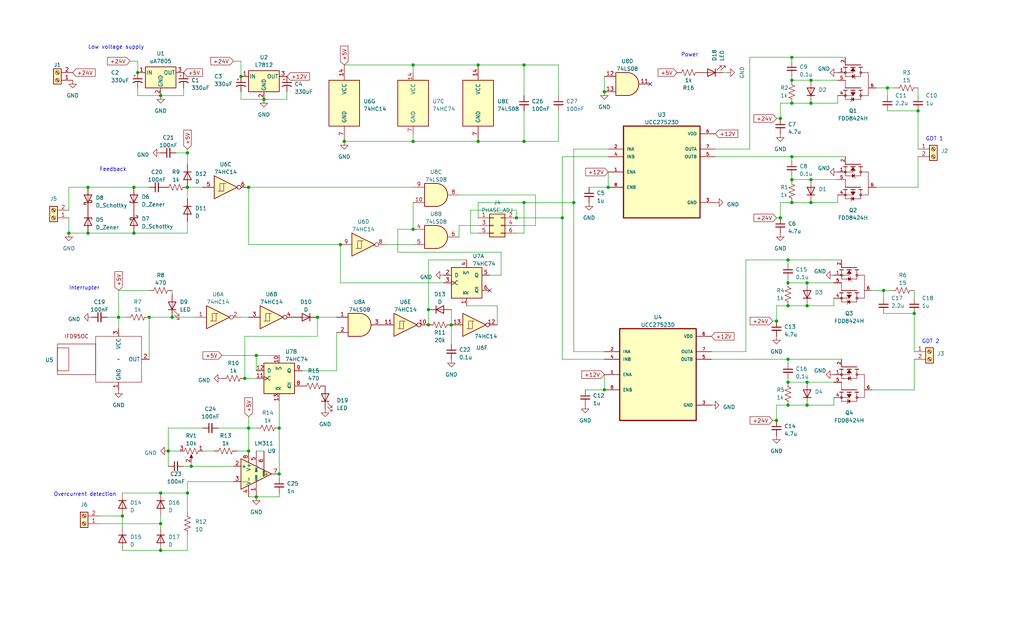
<source format=kicad_sch>
(kicad_sch (version 20230121) (generator eeschema)
  (paper "User" 340.004 210.007)
  (title_block (title "Krishna's DRSSTC Driver"))
  (lib_symbols
    (symbol "74xx:74HC14" (pin_names (offset 1.016))
      (property "Reference" "U" (at 0 1.27 0))
      (property "Value" "74HC14" (at 0 -1.27 0))
      (symbol "74HC14_1_0"
        (pin input line (at -7.62 0 0) (length 3.81) (name "~") (number "1"))
        (pin output inverted (at 7.62 0 180) (length 3.81) (name "~") (number "2"))
      )
      (symbol "74HC14_2_0"
        (pin input line (at -7.62 0 0) (length 3.81) (name "~") (number "3"))
        (pin output inverted (at 7.62 0 180) (length 3.81) (name "~") (number "4"))
      )
      (symbol "74HC14_3_0"
        (pin input line (at -7.62 0 0) (length 3.81) (name "~") (number "5"))
        (pin output inverted (at 7.62 0 180) (length 3.81) (name "~") (number "6"))
      )
      (symbol "74HC14_4_0"
        (pin output inverted (at 7.62 0 180) (length 3.81) (name "~") (number "8"))
        (pin input line (at -7.62 0 0) (length 3.81) (name "~") (number "9"))
      )
      (symbol "74HC14_5_0"
        (pin output inverted (at 7.62 0 180) (length 3.81) (name "~") (number "10"))
        (pin input line (at -7.62 0 0) (length 3.81) (name "~") (number "11"))
      )
      (symbol "74HC14_6_0"
        (pin output inverted (at 7.62 0 180) (length 3.81) (name "~") (number "12"))
        (pin input line (at -7.62 0 0) (length 3.81) (name "~") (number "13"))
      )
      (symbol "74HC14_7_0"
        (pin power_in line (at 0 12.7 270) (length 5.08) (name "VCC") (number "14"))
        (pin power_in line (at 0 -12.7 90) (length 5.08) (name "GND") (number "7"))
      )
    )
    (symbol "74xx:74HC74" (pin_names (offset 1.016))
      (property "Reference" "U" (at -7.62 8.89 0))
      (property "Value" "74HC74" (at -7.62 -8.89 0))
      (symbol "74HC74_1_0"
        (pin input line (at 0 -7.62 90) (length 2.54) (name "~{R}") (number "1"))
        (pin input line (at -7.62 2.54 0) (length 2.54) (name "D") (number "2"))
        (pin input clock (at -7.62 0 0) (length 2.54) (name "C") (number "3"))
        (pin input line (at 0 7.62 270) (length 2.54) (name "~{S}") (number "4"))
        (pin output line (at 7.62 2.54 180) (length 2.54) (name "Q") (number "5"))
        (pin output line (at 7.62 -2.54 180) (length 2.54) (name "~{Q}") (number "6"))
      )
      (symbol "74HC74_2_0"
        (pin input line (at 0 7.62 270) (length 2.54) (name "~{S}") (number "10"))
        (pin input clock (at -7.62 0 0) (length 2.54) (name "C") (number "11"))
        (pin input line (at -7.62 2.54 0) (length 2.54) (name "D") (number "12"))
        (pin input line (at 0 -7.62 90) (length 2.54) (name "~{R}") (number "13"))
        (pin output line (at 7.62 -2.54 180) (length 2.54) (name "~{Q}") (number "8"))
        (pin output line (at 7.62 2.54 180) (length 2.54) (name "Q") (number "9"))
      )
      (symbol "74HC74_3_0"
        (pin power_in line (at 0 10.16 270) (length 2.54) (name "VCC") (number "14"))
        (pin power_in line (at 0 -10.16 90) (length 2.54) (name "GND") (number "7"))
      )
    )
    (symbol "74xx:74LS08" (pin_names (offset 1.016))
      (property "Reference" "U" (at 0 1.27 0))
      (property "Value" "74LS08" (at 0 -1.27 0))
      (symbol "74LS08_1_1"
        (pin input line (at -7.62 2.54 0) (length 3.81) (name "~") (number "1"))
        (pin input line (at -7.62 -2.54 0) (length 3.81) (name "~") (number "2"))
        (pin output line (at 7.62 0 180) (length 3.81) (name "~") (number "3"))
      )
      (symbol "74LS08_1_2"
        (pin input inverted (at -7.62 2.54 0) (length 4.318) (name "~") (number "1"))
        (pin input inverted (at -7.62 -2.54 0) (length 4.318) (name "~") (number "2"))
        (pin output inverted (at 7.62 0 180) (length 3.81) (name "~") (number "3"))
      )
      (symbol "74LS08_2_1"
        (pin input line (at -7.62 2.54 0) (length 3.81) (name "~") (number "4"))
        (pin input line (at -7.62 -2.54 0) (length 3.81) (name "~") (number "5"))
        (pin output line (at 7.62 0 180) (length 3.81) (name "~") (number "6"))
      )
      (symbol "74LS08_2_2"
        (pin input inverted (at -7.62 2.54 0) (length 4.318) (name "~") (number "4"))
        (pin input inverted (at -7.62 -2.54 0) (length 4.318) (name "~") (number "5"))
        (pin output inverted (at 7.62 0 180) (length 3.81) (name "~") (number "6"))
      )
      (symbol "74LS08_3_1"
        (pin input line (at -7.62 -2.54 0) (length 3.81) (name "~") (number "10"))
        (pin output line (at 7.62 0 180) (length 3.81) (name "~") (number "8"))
        (pin input line (at -7.62 2.54 0) (length 3.81) (name "~") (number "9"))
      )
      (symbol "74LS08_3_2"
        (pin input inverted (at -7.62 -2.54 0) (length 4.318) (name "~") (number "10"))
        (pin output inverted (at 7.62 0 180) (length 3.81) (name "~") (number "8"))
        (pin input inverted (at -7.62 2.54 0) (length 4.318) (name "~") (number "9"))
      )
      (symbol "74LS08_4_1"
        (pin output line (at 7.62 0 180) (length 3.81) (name "~") (number "11"))
        (pin input line (at -7.62 2.54 0) (length 3.81) (name "~") (number "12"))
        (pin input line (at -7.62 -2.54 0) (length 3.81) (name "~") (number "13"))
      )
      (symbol "74LS08_4_2"
        (pin output inverted (at 7.62 0 180) (length 3.81) (name "~") (number "11"))
        (pin input inverted (at -7.62 2.54 0) (length 4.318) (name "~") (number "12"))
        (pin input inverted (at -7.62 -2.54 0) (length 4.318) (name "~") (number "13"))
      )
      (symbol "74LS08_5_0"
        (pin power_in line (at 0 12.7 270) (length 5.08) (name "VCC") (number "14"))
        (pin power_in line (at 0 -12.7 90) (length 5.08) (name "GND") (number "7"))
      )
    )
    (symbol "Comparator:LM311" (pin_names (offset 0.127))
      (property "Reference" "U" (at 3.81 6.35 0))
      (property "Value" "LM311" (at 3.81 3.81 0))
      (symbol "LM311_1_1"
        (pin passive line (at 0 -7.62 90) (length 5.08) (name "GND") (number "1"))
        (pin input line (at -7.62 2.54 0) (length 2.54) (name "+") (number "2"))
        (pin input line (at -7.62 -2.54 0) (length 2.54) (name "-") (number "3"))
        (pin power_in line (at -2.54 -7.62 90) (length 3.81) (name "V-") (number "4"))
        (pin input line (at 0 7.62 270) (length 5.08) (name "BAL") (number "5"))
        (pin input line (at 2.54 7.62 270) (length 6.35) (name "STRB") (number "6"))
        (pin open_collector line (at 7.62 0 180) (length 2.54) (name "~") (number "7"))
        (pin power_in line (at -2.54 7.62 270) (length 3.81) (name "V+") (number "8"))
      )
    )
    (symbol "Connector:Screw_Terminal_01x02" (pin_names (offset 1.016) hide)
      (property "Reference" "J" (at 0 2.54 0))
      (property "Value" "Screw_Terminal_01x02" (at 0 -5.08 0))
      (symbol "Screw_Terminal_01x02_1_1"
        (pin passive line (at -5.08 0 0) (length 3.81) (name "Pin_1") (number "1"))
        (pin passive line (at -5.08 -2.54 0) (length 3.81) (name "Pin_2") (number "2"))
      )
    )
    (symbol "Connector_Generic:Conn_02x03_Odd_Even" (pin_names (offset 1.016) hide)
      (property "Reference" "J" (at 1.27 5.08 0))
      (property "Value" "Conn_02x03_Odd_Even" (at 1.27 -5.08 0))
      (symbol "Conn_02x03_Odd_Even_1_1"
        (pin passive line (at -5.08 2.54 0) (length 3.81) (name "Pin_1") (number "1"))
        (pin passive line (at 7.62 2.54 180) (length 3.81) (name "Pin_2") (number "2"))
        (pin passive line (at -5.08 0 0) (length 3.81) (name "Pin_3") (number "3"))
        (pin passive line (at 7.62 0 180) (length 3.81) (name "Pin_4") (number "4"))
        (pin passive line (at -5.08 -2.54 0) (length 3.81) (name "Pin_5") (number "5"))
        (pin passive line (at 7.62 -2.54 180) (length 3.81) (name "Pin_6") (number "6"))
      )
    )
    (symbol "Device:C_Polarized_Small_US" (pin_numbers hide) (pin_names (offset 0.254) hide)
      (property "Reference" "C" (at 0.254 1.778 0))
      (property "Value" "C_Polarized_Small_US" (at 0.254 -2.032 0))
      (symbol "C_Polarized_Small_US_1_1"
        (pin passive line (at 0 2.54 270) (length 2.032) (name "~") (number "1"))
        (pin passive line (at 0 -2.54 90) (length 2.032) (name "~") (number "2"))
      )
    )
    (symbol "Device:C_Small" (pin_numbers hide) (pin_names (offset 0.254) hide)
      (property "Reference" "C" (at 0.254 1.778 0))
      (property "Value" "C_Small" (at 0.254 -2.032 0))
      (symbol "C_Small_1_1"
        (pin passive line (at 0 2.54 270) (length 2.032) (name "~") (number "1"))
        (pin passive line (at 0 -2.54 90) (length 2.032) (name "~") (number "2"))
      )
    )
    (symbol "Device:D" (pin_numbers hide) (pin_names (offset 1.016) hide)
      (property "Reference" "D" (at 0 2.54 0))
      (property "Value" "D" (at 0 -2.54 0))
      (symbol "D_1_1"
        (pin passive line (at -3.81 0 0) (length 2.54) (name "K") (number "1"))
        (pin passive line (at 3.81 0 180) (length 2.54) (name "A") (number "2"))
      )
    )
    (symbol "Device:D_Schottky" (pin_numbers hide) (pin_names (offset 1.016) hide)
      (property "Reference" "D" (at 0 2.54 0))
      (property "Value" "D_Schottky" (at 0 -2.54 0))
      (symbol "D_Schottky_1_1"
        (pin passive line (at -3.81 0 0) (length 2.54) (name "K") (number "1"))
        (pin passive line (at 3.81 0 180) (length 2.54) (name "A") (number "2"))
      )
    )
    (symbol "Device:D_Zener" (pin_numbers hide) (pin_names (offset 1.016) hide)
      (property "Reference" "D" (at 0 2.54 0))
      (property "Value" "D_Zener" (at 0 -2.54 0))
      (symbol "D_Zener_1_1"
        (pin passive line (at -3.81 0 0) (length 2.54) (name "K") (number "1"))
        (pin passive line (at 3.81 0 180) (length 2.54) (name "A") (number "2"))
      )
    )
    (symbol "Device:LED" (pin_numbers hide) (pin_names (offset 1.016) hide)
      (property "Reference" "D" (at 0 2.54 0))
      (property "Value" "LED" (at 0 -2.54 0))
      (symbol "LED_1_1"
        (pin passive line (at -3.81 0 0) (length 2.54) (name "K") (number "1"))
        (pin passive line (at 3.81 0 180) (length 2.54) (name "A") (number "2"))
      )
    )
    (symbol "Device:R_Potentiometer_US" (pin_names (offset 1.016) hide)
      (property "Reference" "RV" (at -4.445 0 90))
      (property "Value" "R_Potentiometer_US" (at -2.54 0 90))
      (symbol "R_Potentiometer_US_1_1"
        (pin passive line (at 0 3.81 270) (length 1.27) (name "1") (number "1"))
        (pin passive line (at 3.81 0 180) (length 1.27) (name "2") (number "2"))
        (pin passive line (at 0 -3.81 90) (length 1.27) (name "3") (number "3"))
      )
    )
    (symbol "Device:R_US" (pin_numbers hide) (pin_names (offset 0))
      (property "Reference" "R" (at 2.54 0 90))
      (property "Value" "R_US" (at -2.54 0 90))
      (symbol "R_US_1_1"
        (pin passive line (at 0 3.81 270) (length 1.27) (name "~") (number "1"))
        (pin passive line (at 0 -3.81 90) (length 1.27) (name "~") (number "2"))
      )
    )
    (symbol "FDD8424H:FDD8424H" (pin_names (offset 1.016))
      (property "Reference" "Q" (at 8.9058 2.5445 0))
      (property "Value" "FDD8424H" (at 8.8921 -2.5406 0))
      (symbol "FDD8424H_0_0"
        (pin passive line (at -2.54 -5.08 90) (length 2.54) (name "~") (number "1"))
        (pin passive line (at -7.62 -2.54 0) (length 2.54) (name "~") (number "2"))
        (pin passive line (at 5.08 -5.08 90) (length 2.54) (name "~") (number "4"))
        (pin passive line (at 0 -5.08 90) (length 2.54) (name "~") (number "5"))
        (pin passive line (at 2.54 7.62 270) (length 2.54) (name "~") (number "6"))
      )
    )
    (symbol "IFD95OC:IFD95OC"
      (property "Reference" "U" (at 0 0 0))
      (symbol "IFD95OC_1_1"
        (text "IFD95OC\n" (at -13.97 7.62 0) (effects (font (size 1.27 1.27))))
        (pin passive line (at 0 -10.16 90) (length 2.54) (name "GND") (number "1"))
        (pin open_collector line (at 10.16 0 180) (length 2.54) (name "OUT") (number "2"))
        (pin passive line (at 0 10.16 270) (length 2.54) (name "VCC") (number "3"))
      )
    )
    (symbol "Regulator_Linear:L7812" (pin_names (offset 0.254))
      (property "Reference" "U" (at -3.81 3.175 0))
      (property "Value" "L7812" (at 0 3.175 0))
      (symbol "L7812_1_1"
        (pin power_in line (at -7.62 0 0) (length 2.54) (name "IN") (number "1"))
        (pin power_in line (at 0 -7.62 90) (length 2.54) (name "GND") (number "2"))
        (pin power_out line (at 7.62 0 180) (length 2.54) (name "OUT") (number "3"))
      )
    )
    (symbol "Regulator_Linear:uA7805" (pin_names (offset 0.254))
      (property "Reference" "U" (at -3.81 3.175 0))
      (property "Value" "uA7805" (at 0 3.175 0))
      (symbol "uA7805_1_1"
        (pin power_in line (at -7.62 0 0) (length 2.54) (name "IN") (number "1"))
        (pin power_in line (at 0 -7.62 90) (length 2.54) (name "GND") (number "2"))
        (pin power_out line (at 7.62 0 180) (length 2.54) (name "OUT") (number "3"))
      )
    )
    (symbol "UCC27523D:UCC27523D" (pin_names (offset 1.016))
      (property "Reference" "U" (at -12.7 16.24 0))
      (property "Value" "UCC27523D" (at -12.7 -19.24 0))
      (symbol "UCC27523D_0_0"
        (pin bidirectional line (at -17.78 0 0) (length 5.08) (name "ENA") (number "1"))
        (pin input line (at -17.78 7.62 0) (length 5.08) (name "INA") (number "2"))
        (pin power_in line (at 17.78 -10.16 180) (length 5.08) (name "GND") (number "3"))
        (pin input line (at -17.78 5.08 0) (length 5.08) (name "INB") (number "4"))
        (pin output line (at 17.78 5.08 180) (length 5.08) (name "OUTB") (number "5"))
        (pin power_in line (at 17.78 12.7 180) (length 5.08) (name "VDD") (number "6"))
        (pin output line (at 17.78 7.62 180) (length 5.08) (name "OUTA") (number "7"))
        (pin bidirectional line (at -17.78 -5.08 0) (length 5.08) (name "ENB") (number "8"))
      )
    )
    (symbol "power:GND" (power) (pin_names (offset 0))
      (property "Value" "GND" (at 0 -3.81 0))
      (symbol "GND_1_1"
        (pin power_in line (at 0 0 270) (length 0) hide (name "GND") (number "1"))
      )
    )
  )
  (junction (at 92.71 157.48))
  (junction (at 267.97 93.98))
  (junction (at 261.62 127))
  (junction (at 105.41 105.41))
  (junction (at 158.75 21.59))
  (junction (at 158.75 46.99))
  (junction (at 49.53 105.41))
  (junction (at 304.8 36.83))
  (junction (at 262.89 67.31))
  (junction (at 22.86 77.47))
  (junction (at 269.24 67.31))
  (junction (at 85.09 118.11))
  (junction (at 261.62 119.38))
  (junction (at 53.34 31.75))
  (junction (at 200.66 30.48))
  (junction (at 303.53 104.14))
  (junction (at 114.3 46.99))
  (junction (at 63.5 154.94))
  (junction (at 267.97 134.62))
  (junction (at 201.93 62.23))
  (junction (at 142.24 107.95))
  (junction (at 44.45 62.23))
  (junction (at 173.99 21.59))
  (junction (at 53.34 182.88))
  (junction (at 137.16 21.59))
  (junction (at 173.99 67.31))
  (junction (at 261.62 134.62))
  (junction (at 53.34 163.83))
  (junction (at 262.89 19.05))
  (junction (at 44.45 77.47))
  (junction (at 39.37 105.41))
  (junction (at 269.24 26.67))
  (junction (at 29.21 77.47))
  (junction (at 269.24 59.69))
  (junction (at 261.62 86.36))
  (junction (at 261.62 93.98))
  (junction (at 267.97 101.6))
  (junction (at 267.97 127))
  (junction (at 259.08 39.37))
  (junction (at 82.55 149.86))
  (junction (at 257.81 139.7))
  (junction (at 80.01 25.4))
  (junction (at 262.89 59.69))
  (junction (at 81.28 125.73))
  (junction (at 40.64 171.45))
  (junction (at 262.89 52.07))
  (junction (at 262.89 26.67))
  (junction (at 29.21 62.23))
  (junction (at 53.34 173.99))
  (junction (at 62.23 62.23))
  (junction (at 142.24 102.87))
  (junction (at 62.23 50.8))
  (junction (at 82.55 62.23))
  (junction (at 190.5 67.31))
  (junction (at 45.72 24.13))
  (junction (at 82.55 142.24))
  (junction (at 293.37 96.52))
  (junction (at 87.63 33.02))
  (junction (at 173.99 46.99))
  (junction (at 57.15 105.41))
  (junction (at 261.62 101.6))
  (junction (at 55.88 149.86))
  (junction (at 137.16 76.2))
  (junction (at 269.24 34.29))
  (junction (at 137.16 46.99))
  (junction (at 85.09 165.1))
  (junction (at 186.69 72.39))
  (junction (at 171.45 72.39))
  (junction (at 257.81 106.68))
  (junction (at 200.66 129.54))
  (junction (at 259.08 72.39))
  (junction (at 149.86 107.95))
  (junction (at 262.89 34.29))
  (junction (at 92.71 142.24))
  (junction (at 113.03 81.28))
  (junction (at 62.23 163.83))
  (junction (at 294.64 29.21))
  (no_connect (at 215.9 27.94))
  (no_connect (at 162.56 96.52))
  (wire (pts (xy 278.13 64.77) (xy 278.13 67.31)))
  (wire (pts (xy 62.23 163.83) (xy 62.23 160.02)))
  (wire (pts (xy 55.88 142.24) (xy 55.88 149.86)))
  (wire (pts (xy 248.92 49.53) (xy 248.92 19.05)))
  (wire (pts (xy 80.01 30.48) (xy 80.01 33.02)))
  (wire (pts (xy 261.62 101.6) (xy 257.81 101.6)))
  (wire (pts (xy 53.34 163.83) (xy 62.23 163.83)))
  (wire (pts (xy 190.5 67.31) (xy 190.5 49.53)))
  (wire (pts (xy 82.55 142.24) (xy 82.55 149.86)))
  (wire (pts (xy 297.18 29.21) (xy 294.64 29.21)))
  (wire (pts (xy 81.28 111.76) (xy 105.41 111.76)))
  (wire (pts (xy 22.86 77.47) (xy 29.21 77.47)))
  (wire (pts (xy 190.5 116.84) (xy 190.5 67.31)))
  (wire (pts (xy 63.5 154.94) (xy 77.47 154.94)))
  (wire (pts (xy 45.72 31.75) (xy 53.34 31.75)))
  (wire (pts (xy 262.89 58.42) (xy 262.89 59.69)))
  (wire (pts (xy 85.09 125.73) (xy 81.28 125.73)))
  (wire (pts (xy 166.37 83.82) (xy 166.37 91.44)))
  (wire (pts (xy 80.01 20.32) (xy 80.01 25.4)))
  (wire (pts (xy 186.69 72.39) (xy 186.69 52.07)))
  (wire (pts (xy 53.34 31.75) (xy 60.96 31.75)))
  (wire (pts (xy 142.24 102.87) (xy 142.24 86.36)))
  (wire (pts (xy 39.37 96.52) (xy 39.37 105.41)))
  (wire (pts (xy 304.8 62.23) (xy 304.8 52.07)))
  (wire (pts (xy 262.89 19.05) (xy 262.89 20.32)))
  (wire (pts (xy 152.4 78.74) (xy 152.4 74.93)))
  (wire (pts (xy 63.5 153.67) (xy 63.5 154.94)))
  (wire (pts (xy 35.56 105.41) (xy 39.37 105.41)))
  (wire (pts (xy 190.5 67.31) (xy 173.99 67.31)))
  (wire (pts (xy 40.64 175.26) (xy 40.64 171.45)))
  (wire (pts (xy 55.88 149.86) (xy 59.69 149.86)))
  (wire (pts (xy 194.31 129.54) (xy 200.66 129.54)))
  (wire (pts (xy 22.86 69.85) (xy 22.86 62.23)))
  (wire (pts (xy 82.55 62.23) (xy 82.55 81.28)))
  (wire (pts (xy 82.55 105.41) (xy 80.01 105.41)))
  (wire (pts (xy 82.55 142.24) (xy 85.09 142.24)))
  (wire (pts (xy 200.66 116.84) (xy 190.5 116.84)))
  (wire (pts (xy 262.89 19.05) (xy 280.67 19.05)))
  (wire (pts (xy 256.54 106.68) (xy 257.81 106.68)))
  (wire (pts (xy 62.23 62.23) (xy 67.31 62.23)))
  (wire (pts (xy 276.86 134.62) (xy 267.97 134.62)))
  (wire (pts (xy 248.92 19.05) (xy 262.89 19.05)))
  (wire (pts (xy 201.93 57.15) (xy 201.93 62.23)))
  (wire (pts (xy 72.39 142.24) (xy 82.55 142.24)))
  (wire (pts (xy 77.47 20.32) (xy 80.01 20.32)))
  (wire (pts (xy 39.37 105.41) (xy 41.91 105.41)))
  (wire (pts (xy 80.01 33.02) (xy 87.63 33.02)))
  (wire (pts (xy 200.66 124.46) (xy 200.66 129.54)))
  (wire (pts (xy 43.18 20.32) (xy 45.72 20.32)))
  (wire (pts (xy 22.86 62.23) (xy 29.21 62.23)))
  (wire (pts (xy 62.23 163.83) (xy 62.23 170.18)))
  (wire (pts (xy 261.62 127) (xy 267.97 127)))
  (wire (pts (xy 173.99 21.59) (xy 173.99 31.75)))
  (wire (pts (xy 295.91 96.52) (xy 293.37 96.52)))
  (wire (pts (xy 33.02 173.99) (xy 53.34 173.99)))
  (wire (pts (xy 82.55 165.1) (xy 85.09 165.1)))
  (wire (pts (xy 165.1 107.95) (xy 165.1 101.6)))
  (wire (pts (xy 261.62 119.38) (xy 261.62 120.65)))
  (wire (pts (xy 85.09 123.19) (xy 85.09 118.11)))
  (wire (pts (xy 62.23 50.8) (xy 62.23 54.61)))
  (wire (pts (xy 257.81 101.6) (xy 257.81 106.68)))
  (wire (pts (xy 171.45 72.39) (xy 171.45 69.85)))
  (wire (pts (xy 267.97 101.6) (xy 261.62 101.6)))
  (wire (pts (xy 49.53 105.41) (xy 49.53 119.38)))
  (wire (pts (xy 276.86 101.6) (xy 267.97 101.6)))
  (wire (pts (xy 267.97 134.62) (xy 261.62 134.62)))
  (wire (pts (xy 85.09 149.86) (xy 87.63 149.86)))
  (wire (pts (xy 81.28 125.73) (xy 81.28 111.76)))
  (wire (pts (xy 269.24 26.67) (xy 278.13 26.67)))
  (wire (pts (xy 57.15 96.52) (xy 57.15 97.79)))
  (wire (pts (xy 67.31 142.24) (xy 55.88 142.24)))
  (wire (pts (xy 132.08 76.2) (xy 132.08 83.82)))
  (wire (pts (xy 137.16 67.31) (xy 137.16 76.2)))
  (wire (pts (xy 60.96 154.94) (xy 63.5 154.94)))
  (wire (pts (xy 303.53 99.06) (xy 303.53 96.52)))
  (wire (pts (xy 57.15 105.41) (xy 49.53 105.41)))
  (wire (pts (xy 92.71 165.1) (xy 92.71 163.83)))
  (wire (pts (xy 40.64 182.88) (xy 53.34 182.88)))
  (wire (pts (xy 114.3 46.99) (xy 137.16 46.99)))
  (wire (pts (xy 278.13 67.31) (xy 269.24 67.31)))
  (wire (pts (xy 259.08 67.31) (xy 259.08 72.39)))
  (wire (pts (xy 33.02 171.45) (xy 40.64 171.45)))
  (wire (pts (xy 53.34 171.45) (xy 53.34 173.99)))
  (wire (pts (xy 44.45 62.23) (xy 49.53 62.23)))
  (wire (pts (xy 257.81 39.37) (xy 259.08 39.37)))
  (wire (pts (xy 67.31 149.86) (xy 71.12 149.86)))
  (wire (pts (xy 257.81 72.39) (xy 259.08 72.39)))
  (wire (pts (xy 95.25 33.02) (xy 95.25 30.48)))
  (wire (pts (xy 262.89 26.67) (xy 269.24 26.67)))
  (wire (pts (xy 276.86 132.08) (xy 276.86 134.62)))
  (wire (pts (xy 29.21 62.23) (xy 44.45 62.23)))
  (wire (pts (xy 85.09 118.11) (xy 92.71 118.11)))
  (wire (pts (xy 256.54 139.7) (xy 257.81 139.7)))
  (wire (pts (xy 158.75 21.59) (xy 173.99 21.59)))
  (wire (pts (xy 278.13 34.29) (xy 269.24 34.29)))
  (wire (pts (xy 137.16 46.99) (xy 137.16 44.45)))
  (wire (pts (xy 82.55 62.23) (xy 137.16 62.23)))
  (wire (pts (xy 276.86 99.06) (xy 276.86 101.6)))
  (wire (pts (xy 137.16 76.2) (xy 132.08 76.2)))
  (wire (pts (xy 267.97 127) (xy 276.86 127)))
  (wire (pts (xy 294.64 31.75) (xy 294.64 29.21)))
  (wire (pts (xy 261.62 93.98) (xy 267.97 93.98)))
  (wire (pts (xy 62.23 160.02) (xy 77.47 160.02)))
  (wire (pts (xy 262.89 67.31) (xy 259.08 67.31)))
  (wire (pts (xy 114.3 21.59) (xy 137.16 21.59)))
  (wire (pts (xy 62.23 77.47) (xy 62.23 73.66)))
  (wire (pts (xy 177.8 64.77) (xy 177.8 74.93)))
  (wire (pts (xy 173.99 77.47) (xy 171.45 77.47)))
  (wire (pts (xy 60.96 31.75) (xy 60.96 29.21)))
  (wire (pts (xy 269.24 59.69) (xy 278.13 59.69)))
  (wire (pts (xy 45.72 20.32) (xy 45.72 24.13)))
  (wire (pts (xy 195.58 62.23) (xy 201.93 62.23)))
  (wire (pts (xy 142.24 86.36) (xy 154.94 86.36)))
  (wire (pts (xy 190.5 49.53) (xy 201.93 49.53)))
  (wire (pts (xy 259.08 34.29) (xy 259.08 39.37)))
  (wire (pts (xy 186.69 119.38) (xy 186.69 72.39)))
  (wire (pts (xy 58.42 50.8) (xy 62.23 50.8)))
  (wire (pts (xy 304.8 36.83) (xy 304.8 49.53)))
  (wire (pts (xy 22.86 72.39) (xy 22.86 77.47)))
  (wire (pts (xy 185.42 36.83) (xy 185.42 46.99)))
  (wire (pts (xy 173.99 67.31) (xy 158.75 67.31)))
  (wire (pts (xy 241.3 24.13) (xy 240.03 24.13)))
  (wire (pts (xy 173.99 67.31) (xy 173.99 77.47)))
  (wire (pts (xy 186.69 52.07) (xy 201.93 52.07)))
  (wire (pts (xy 171.45 69.85) (xy 156.21 69.85)))
  (wire (pts (xy 137.16 81.28) (xy 128.27 81.28)))
  (wire (pts (xy 44.45 77.47) (xy 62.23 77.47)))
  (wire (pts (xy 57.15 105.41) (xy 64.77 105.41)))
  (wire (pts (xy 237.49 49.53) (xy 248.92 49.53)))
  (wire (pts (xy 278.13 31.75) (xy 278.13 34.29)))
  (wire (pts (xy 173.99 36.83) (xy 173.99 46.99)))
  (wire (pts (xy 113.03 81.28) (xy 113.03 93.98)))
  (wire (pts (xy 237.49 52.07) (xy 262.89 52.07)))
  (wire (pts (xy 73.66 118.11) (xy 85.09 118.11)))
  (wire (pts (xy 92.71 158.75) (xy 92.71 157.48)))
  (wire (pts (xy 165.1 101.6) (xy 154.94 101.6)))
  (wire (pts (xy 261.62 92.71) (xy 261.62 93.98)))
  (wire (pts (xy 55.88 154.94) (xy 55.88 149.86)))
  (wire (pts (xy 236.22 116.84) (xy 247.65 116.84)))
  (wire (pts (xy 290.83 62.23) (xy 304.8 62.23)))
  (wire (pts (xy 152.4 64.77) (xy 177.8 64.77)))
  (wire (pts (xy 39.37 96.52) (xy 49.53 96.52)))
  (wire (pts (xy 92.71 133.35) (xy 92.71 142.24)))
  (wire (pts (xy 53.34 173.99) (xy 53.34 175.26)))
  (wire (pts (xy 137.16 21.59) (xy 158.75 21.59)))
  (wire (pts (xy 247.65 116.84) (xy 247.65 86.36)))
  (wire (pts (xy 267.97 93.98) (xy 276.86 93.98)))
  (wire (pts (xy 200.66 25.4) (xy 200.66 30.48)))
  (wire (pts (xy 294.64 29.21) (xy 290.83 29.21)))
  (wire (pts (xy 87.63 33.02) (xy 95.25 33.02)))
  (wire (pts (xy 262.89 34.29) (xy 259.08 34.29)))
  (wire (pts (xy 158.75 67.31) (xy 158.75 72.39)))
  (wire (pts (xy 303.53 104.14) (xy 303.53 116.84)))
  (wire (pts (xy 111.76 123.19) (xy 111.76 110.49)))
  (wire (pts (xy 29.21 77.47) (xy 44.45 77.47)))
  (wire (pts (xy 293.37 104.14) (xy 303.53 104.14)))
  (wire (pts (xy 247.65 86.36) (xy 261.62 86.36)))
  (wire (pts (xy 289.56 129.54) (xy 303.53 129.54)))
  (wire (pts (xy 53.34 182.88) (xy 62.23 182.88)))
  (wire (pts (xy 137.16 46.99) (xy 158.75 46.99)))
  (wire (pts (xy 185.42 21.59) (xy 185.42 31.75)))
  (wire (pts (xy 173.99 46.99) (xy 158.75 46.99)))
  (wire (pts (xy 261.62 86.36) (xy 261.62 87.63)))
  (wire (pts (xy 85.09 165.1) (xy 92.71 165.1)))
  (wire (pts (xy 171.45 72.39) (xy 186.69 72.39)))
  (wire (pts (xy 293.37 96.52) (xy 289.56 96.52)))
  (wire (pts (xy 261.62 86.36) (xy 279.4 86.36)))
  (wire (pts (xy 177.8 74.93) (xy 171.45 74.93)))
  (wire (pts (xy 173.99 46.99) (xy 185.42 46.99)))
  (wire (pts (xy 113.03 81.28) (xy 82.55 81.28)))
  (wire (pts (xy 142.24 107.95) (xy 142.24 102.87)))
  (wire (pts (xy 111.76 105.41) (xy 105.41 105.41)))
  (wire (pts (xy 82.55 138.43) (xy 82.55 142.24)))
  (wire (pts (xy 304.8 31.75) (xy 304.8 29.21)))
  (wire (pts (xy 166.37 91.44) (xy 162.56 91.44)))
  (wire (pts (xy 62.23 62.23) (xy 62.23 66.04)))
  (wire (pts (xy 149.86 107.95) (xy 149.86 114.3)))
  (wire (pts (xy 303.53 129.54) (xy 303.53 119.38)))
  (wire (pts (xy 156.21 69.85) (xy 156.21 77.47)))
  (wire (pts (xy 132.08 83.82) (xy 166.37 83.82)))
  (wire (pts (xy 261.62 119.38) (xy 279.4 119.38)))
  (wire (pts (xy 40.64 163.83) (xy 53.34 163.83)))
  (wire (pts (xy 269.24 67.31) (xy 262.89 67.31)))
  (wire (pts (xy 100.33 123.19) (xy 111.76 123.19)))
  (wire (pts (xy 105.41 111.76) (xy 105.41 105.41)))
  (wire (pts (xy 156.21 77.47) (xy 158.75 77.47)))
  (wire (pts (xy 62.23 182.88) (xy 62.23 177.8)))
  (wire (pts (xy 261.62 125.73) (xy 261.62 127)))
  (wire (pts (xy 262.89 52.07) (xy 280.67 52.07)))
  (wire (pts (xy 269.24 34.29) (xy 262.89 34.29)))
  (wire (pts (xy 294.64 36.83) (xy 304.8 36.83)))
  (wire (pts (xy 262.89 52.07) (xy 262.89 53.34)))
  (wire (pts (xy 92.71 142.24) (xy 92.71 157.48)))
  (wire (pts (xy 262.89 25.4) (xy 262.89 26.67)))
  (wire (pts (xy 262.89 59.69) (xy 269.24 59.69)))
  (wire (pts (xy 200.66 119.38) (xy 186.69 119.38)))
  (wire (pts (xy 113.03 93.98) (xy 147.32 93.98)))
  (wire (pts (xy 261.62 134.62) (xy 257.81 134.62)))
  (wire (pts (xy 173.99 21.59) (xy 185.42 21.59)))
  (wire (pts (xy 149.86 102.87) (xy 149.86 107.95)))
  (wire (pts (xy 62.23 49.53) (xy 62.23 50.8)))
  (wire (pts (xy 39.37 105.41) (xy 39.37 109.22)))
  (wire (pts (xy 257.81 134.62) (xy 257.81 139.7)))
  (wire (pts (xy 293.37 99.06) (xy 293.37 96.52)))
  (wire (pts (xy 45.72 29.21) (xy 45.72 31.75)))
  (wire (pts (xy 236.22 119.38) (xy 261.62 119.38)))
  (wire (pts (xy 78.74 149.86) (xy 82.55 149.86)))
  (wire (pts (xy 152.4 74.93) (xy 158.75 74.93)))
  (wire (pts (xy 137.16 21.59) (xy 137.16 24.13)))
  (text "GDT 2" (at 306.07 114.3 0) (effects (font (size 1.27 1.27)) (justify left bottom)))
  (text "Feedback" (at 33.02 57.15 0) (effects (font (size 1.27 1.27)) (justify left bottom)))
  (text "Power\n" (at 226.06 19.05 0) (effects (font (size 1.27 1.27)) (justify left bottom)))
  (text "Low voltage supply" (at 29.21 16.51 0) (effects (font (size 1.27 1.27)) (justify left bottom)))
  (text "GDT 1" (at 307.34 46.99 0) (effects (font (size 1.27 1.27)) (justify left bottom)))
  (text "Overcurrent detection\n" (at 17.78 165.1 0) (effects (font (size 1.27 1.27)) (justify left bottom)))
  (text "Interrupter\n" (at 22.86 96.52 0) (effects (font (size 1.27 1.27)) (justify left bottom)))
  (global_label "+24V" (shape input) (at 257.81 39.37 180) (property "Intersheetrefs" "${INTERSHEET_REFS}" (effects hide)))
  (global_label "+24V" (shape input) (at 256.54 139.7 180) (property "Intersheetrefs" "${INTERSHEET_REFS}" (effects hide)))
  (global_label "+12V" (shape input) (at 95.25 25.4 0) (property "Intersheetrefs" "${INTERSHEET_REFS}" (effects hide)))
  (global_label "+5V" (shape input) (at 73.66 118.11 180) (property "Intersheetrefs" "${INTERSHEET_REFS}" (effects hide)))
  (global_label "+24V" (shape input) (at 24.13 24.13 0) (property "Intersheetrefs" "${INTERSHEET_REFS}" (effects hide)))
  (global_label "+12V" (shape input) (at 200.66 124.46 180) (property "Intersheetrefs" "${INTERSHEET_REFS}" (effects hide)))
  (global_label "+12V" (shape input) (at 237.49 44.45 0) (property "Intersheetrefs" "${INTERSHEET_REFS}" (effects hide)))
  (global_label "+24V" (shape input) (at 257.81 72.39 180) (property "Intersheetrefs" "${INTERSHEET_REFS}" (effects hide)))
  (global_label "+5V" (shape input) (at 60.96 24.13 0) (property "Intersheetrefs" "${INTERSHEET_REFS}" (effects hide)))
  (global_label "+5V" (shape input) (at 39.37 96.52 90) (property "Intersheetrefs" "${INTERSHEET_REFS}" (effects hide)))
  (global_label "+5V" (shape input) (at 82.55 138.43 90) (property "Intersheetrefs" "${INTERSHEET_REFS}" (effects hide)))
  (global_label "+12V" (shape input) (at 236.22 111.76 0) (property "Intersheetrefs" "${INTERSHEET_REFS}" (effects hide)))
  (global_label "+24V" (shape input) (at 77.47 20.32 180) (property "Intersheetrefs" "${INTERSHEET_REFS}" (effects hide)))
  (global_label "+5V" (shape input) (at 62.23 49.53 90) (property "Intersheetrefs" "${INTERSHEET_REFS}" (effects hide)))
  (global_label "+12V" (shape input) (at 201.93 57.15 180) (property "Intersheetrefs" "${INTERSHEET_REFS}" (effects hide)))
  (global_label "+5V" (shape input) (at 224.79 24.13 180) (property "Intersheetrefs" "${INTERSHEET_REFS}" (effects hide)))
  (global_label "+5V" (shape input) (at 114.3 21.59 90) (property "Intersheetrefs" "${INTERSHEET_REFS}" (effects hide)))
  (global_label "+24V" (shape input) (at 256.54 106.68 180) (property "Intersheetrefs" "${INTERSHEET_REFS}" (effects hide)))
  (global_label "+24V" (shape input) (at 43.18 20.32 180) (property "Intersheetrefs" "${INTERSHEET_REFS}" (effects hide)))
  (symbol (lib_id "Device:R_US") (at 77.47 125.73 90) (unit 1)
    (property "Reference" "R10" (at 77.47 120.65 90))
    (property "Value" "1k" (at 77.47 123.19 90))
  )
  (symbol (lib_id "power:GND") (at 241.3 24.13 90) (unit 1)
    (property "Reference" "#PWR028" (effects hide))
    (property "Value" "GND" (at 246.38 24.13 0))
  )
  (symbol (lib_id "Device:R_US") (at 228.6 24.13 270) (unit 1)
    (property "Reference" "R16" (at 228.6 29.21 90))
    (property "Value" "1k" (at 228.6 26.67 90))
  )
  (symbol (lib_id "Device:C_Small") (at 259.08 41.91 0) (unit 1)
    (property "Reference" "C7" (at 261.62 41.2813 0) (effects (justify left)))
    (property "Value" "4.7u" (at 261.62 43.8213 0) (effects (justify left)))
  )
  (symbol (lib_id "Device:C_Small") (at 55.88 50.8 90) (unit 1)
    (property "Reference" "C21" (at 55.8863 45.72 90))
    (property "Value" "100nF" (at 55.8863 48.26 90))
  )
  (symbol (lib_id "Device:R_US") (at 300.99 29.21 90) (unit 1)
    (property "Reference" "R3" (at 300.99 24.13 90))
    (property "Value" "15" (at 300.99 26.67 90))
  )
  (symbol (lib_id "Device:R_US") (at 74.93 149.86 90) (unit 1)
    (property "Reference" "R13" (at 74.93 144.78 90))
    (property "Value" "1k" (at 74.93 147.32 90))
  )
  (symbol (lib_id "Device:D") (at 267.97 97.79 90) (unit 1)
    (property "Reference" "D3" (at 270.51 97.155 90) (effects (justify right)))
    (property "Value" "D" (effects hide))
    (property "Sim.Device" "D" (effects hide))
    (property "Sim.Pins" "1=K 2=A" (effects hide))
  )
  (symbol (lib_id "Device:C_Polarized_Small_US") (at 60.96 26.67 0) (unit 1)
    (property "Reference" "C1" (at 63.5 26.67 0) (effects (justify left)))
    (property "Value" "330uF" (at 63.5 29.21 0) (effects (justify left)))
  )
  (symbol (lib_id "power:GND") (at 53.34 31.75 0) (unit 1)
    (property "Reference" "#PWR02" (effects hide))
    (property "Value" "GND" (at 53.34 36.83 0))
  )
  (symbol (lib_id "power:GND") (at 259.08 44.45 0) (unit 1)
    (property "Reference" "#PWR08" (effects hide))
    (property "Value" "GND" (at 259.08 49.53 0))
  )
  (symbol (lib_id "power:GND") (at 200.66 30.48 0) (unit 1)
    (property "Reference" "#PWR026" (effects hide))
    (property "Value" "GND" (at 200.66 35.56 0))
  )
  (symbol (lib_id "power:GND") (at 85.09 165.1 0) (unit 1)
    (property "Reference" "#PWR024" (effects hide))
    (property "Value" "GND" (at 85.09 170.18 0))
  )
  (symbol (lib_id "Device:D_Zener") (at 29.21 73.66 270) (unit 1)
    (property "Reference" "D5" (at 31.75 73.025 90) (effects (justify left)))
    (property "Value" "D_Zener" (at 31.75 75.565 90) (effects (justify left)))
  )
  (symbol (lib_id "Device:C_Small") (at 257.81 142.24 0) (unit 1)
    (property "Reference" "C14" (at 260.35 141.6113 0) (effects (justify left)))
    (property "Value" "4.7u" (at 260.35 144.1513 0) (effects (justify left)))
  )
  (symbol (lib_id "power:GND") (at 30.48 105.41 270) (unit 1)
    (property "Reference" "#PWR017" (effects hide))
    (property "Value" "GND" (at 26.67 106.045 90) (effects (justify right)))
  )
  (symbol (lib_id "Device:C_Small") (at 194.31 132.08 0) (unit 1)
    (property "Reference" "C12" (at 196.85 131.4513 0) (effects (justify left)))
    (property "Value" "1u" (at 196.85 133.9913 0) (effects (justify left)))
  )
  (symbol (lib_id "Device:D_Zener") (at 44.45 66.04 90) (unit 1)
    (property "Reference" "D6" (at 46.99 65.405 90) (effects (justify right)))
    (property "Value" "D_Zener" (at 46.99 67.945 90) (effects (justify right)))
  )
  (symbol (lib_id "Device:C_Small") (at 261.62 123.19 0) (unit 1)
    (property "Reference" "C16" (at 264.16 122.5613 0) (effects (justify left)))
    (property "Value" "0.1u" (at 264.16 125.1013 0) (effects (justify left)))
  )
  (symbol (lib_id "power:GND") (at 22.86 77.47 0) (unit 1)
    (property "Reference" "#PWR019" (effects hide))
    (property "Value" "GND" (at 22.86 82.55 0))
  )
  (symbol (lib_id "power:GND") (at 107.95 135.89 0) (unit 1)
    (property "Reference" "#PWR027" (effects hide))
    (property "Value" "GND" (at 107.95 140.97 0))
  )
  (symbol (lib_id "74xx:74HC14") (at 90.17 105.41 0) (unit 2)
    (property "Reference" "U6" (at 90.17 97.79 0))
    (property "Value" "74HC14" (at 90.17 100.33 0))
    (property "Datasheet" "http://www.ti.com/lit/gpn/sn74HC14" (effects hide))
  )
  (symbol (lib_id "Device:D") (at 101.6 105.41 180) (unit 1)
    (property "Reference" "D10" (at 101.6 100.33 0))
    (property "Value" "D" (at 101.6 102.87 0))
    (property "Sim.Device" "D" (effects hide))
    (property "Sim.Pins" "1=K 2=A" (effects hide))
  )
  (symbol (lib_id "Device:D_Schottky") (at 44.45 73.66 270) (unit 1)
    (property "Reference" "D7" (at 46.99 72.7075 90) (effects (justify left)))
    (property "Value" "D_Schottky" (at 46.99 75.2475 90) (effects (justify left)))
  )
  (symbol (lib_id "power:GND") (at 147.32 91.44 270) (unit 1)
    (property "Reference" "#PWR022" (effects hide))
    (property "Value" "GND" (at 143.51 92.075 90) (effects (justify right)))
  )
  (symbol (lib_id "Device:C_Small") (at 262.89 55.88 0) (unit 1)
    (property "Reference" "C8" (at 265.43 55.2513 0) (effects (justify left)))
    (property "Value" "0.1u" (at 265.43 57.7913 0) (effects (justify left)))
  )
  (symbol (lib_id "Device:LED") (at 57.15 101.6 90) (unit 1)
    (property "Reference" "D9" (at 59.69 100.33 90) (effects (justify right)))
    (property "Value" "LED" (at 59.69 102.87 90) (effects (justify right)))
  )
  (symbol (lib_id "Connector:Screw_Terminal_01x02") (at 19.05 26.67 180) (unit 1)
    (property "Reference" "J1" (at 19.05 21.59 0))
    (property "Value" "Screw_Terminal_01x02" (effects hide))
  )
  (symbol (lib_id "Device:D") (at 53.34 179.07 270) (unit 1)
    (property "Reference" "D17" (at 55.88 178.435 90) (effects (justify left)))
    (property "Value" "D" (at 55.88 180.975 90) (effects (justify left)))
    (property "Sim.Device" "D" (effects hide))
    (property "Sim.Pins" "1=K 2=A" (effects hide))
  )
  (symbol (lib_id "Device:C_Small") (at 173.99 34.29 0) (unit 1)
    (property "Reference" "C26" (at 176.53 33.6613 0) (effects (justify left)))
    (property "Value" "100nF" (at 176.53 36.2013 0) (effects (justify left)))
  )
  (symbol (lib_id "power:GND") (at 149.86 119.38 0) (unit 1)
    (property "Reference" "#PWR023" (effects hide))
    (property "Value" "GND" (at 149.86 124.46 0))
  )
  (symbol (lib_id "Device:C_Small") (at 58.42 154.94 90) (unit 1)
    (property "Reference" "C23" (at 58.42 157.48 90))
    (property "Value" "100nF" (at 58.42 160.02 90))
  )
  (symbol (lib_id "Device:D") (at 267.97 130.81 90) (unit 1)
    (property "Reference" "D4" (at 270.51 130.175 90) (effects (justify right)))
    (property "Value" "D" (effects hide))
    (property "Sim.Device" "D" (effects hide))
    (property "Sim.Pins" "1=K 2=A" (effects hide))
  )
  (symbol (lib_id "Device:C_Small") (at 294.64 34.29 0) (unit 1)
    (property "Reference" "C11" (at 297.18 31.75 0) (effects (justify left)))
    (property "Value" "2.2u" (at 297.18 34.29 0) (effects (justify left)))
  )
  (symbol (lib_id "Device:R_US") (at 299.72 96.52 90) (unit 1)
    (property "Reference" "R6" (at 299.72 91.44 90))
    (property "Value" "15" (at 299.72 93.98 90))
  )
  (symbol (lib_id "74xx:74HC14") (at 74.93 62.23 0) (unit 3)
    (property "Reference" "U6" (at 74.93 54.61 0))
    (property "Value" "74HC14" (at 74.93 57.15 0))
    (property "Datasheet" "http://www.ti.com/lit/gpn/sn74HC14" (effects hide))
  )
  (symbol (lib_id "Device:C_Small") (at 52.07 62.23 90) (unit 1)
    (property "Reference" "C20" (at 52.0763 57.15 90))
    (property "Value" "100nF" (at 52.0763 59.69 90))
  )
  (symbol (lib_id "Device:C_Small") (at 69.85 142.24 90) (unit 1)
    (property "Reference" "C24" (at 69.85 135.89 90))
    (property "Value" "100nF" (at 69.85 138.43 90))
  )
  (symbol (lib_id "Device:R_US") (at 58.42 62.23 90) (unit 1)
    (property "Reference" "R9" (at 58.42 57.15 90))
    (property "Value" "1k" (at 58.42 59.69 90))
  )
  (symbol (lib_id "power:GND") (at 194.31 134.62 0) (unit 1)
    (property "Reference" "#PWR010" (effects hide))
    (property "Value" "GND" (at 194.31 139.7 0))
  )
  (symbol (lib_id "power:GND") (at 55.88 149.86 270) (unit 1)
    (property "Reference" "#PWR025" (effects hide))
    (property "Value" "GND" (at 52.07 150.495 90) (effects (justify right)))
  )
  (symbol (lib_id "74xx:74HC74") (at 154.94 93.98 0) (unit 1)
    (property "Reference" "U7" (at 156.8959 85.09 0) (effects (justify left)))
    (property "Value" "74HC74" (at 156.8959 87.63 0) (effects (justify left)))
    (property "Datasheet" "74xx/74hc_hct74.pdf" (effects hide))
  )
  (symbol (lib_id "74xx:74LS08") (at 119.38 107.95 0) (unit 1)
    (property "Reference" "U8" (at 119.3717 100.33 0))
    (property "Value" "74LS08" (at 119.3717 102.87 0))
    (property "Datasheet" "http://www.ti.com/lit/gpn/sn74LS08" (effects hide))
  )
  (symbol (lib_id "Device:C_Small") (at 259.08 74.93 0) (unit 1)
    (property "Reference" "C6" (at 261.62 74.3013 0) (effects (justify left)))
    (property "Value" "4.7u" (at 261.62 76.8413 0) (effects (justify left)))
  )
  (symbol (lib_id "Connector:Screw_Terminal_01x02") (at 27.94 173.99 180) (unit 1)
    (property "Reference" "J6" (at 27.94 167.64 0))
    (property "Value" "Screw_Terminal_01x02" (effects hide))
  )
  (symbol (lib_id "74xx:74HC14") (at 157.48 107.95 0) (unit 6)
    (property "Reference" "U6" (at 160.02 115.57 0))
    (property "Value" "74HC14" (at 161.29 111.76 0))
    (property "Datasheet" "http://www.ti.com/lit/gpn/sn74HC14" (effects hide))
  )
  (symbol (lib_id "74xx:74HC14") (at 72.39 105.41 0) (unit 1)
    (property "Reference" "U6" (at 72.39 97.79 0))
    (property "Value" "74HC14" (at 72.39 100.33 0))
    (property "Datasheet" "http://www.ti.com/lit/gpn/sn74HC14" (effects hide))
  )
  (symbol (lib_id "74xx:74LS08") (at 144.78 64.77 0) (unit 3)
    (property "Reference" "U8" (at 144.7717 57.15 0))
    (property "Value" "74LS08" (at 144.7717 59.69 0))
    (property "Datasheet" "http://www.ti.com/lit/gpn/sn74LS08" (effects hide))
  )
  (symbol (lib_id "Device:C_Small") (at 303.53 101.6 0) (unit 1)
    (property "Reference" "C18" (at 306.07 99.06 0) (effects (justify left)))
    (property "Value" "1u" (at 306.07 101.6 0) (effects (justify left)))
  )
  (symbol (lib_id "power:GND") (at 259.08 77.47 0) (unit 1)
    (property "Reference" "#PWR07" (effects hide))
    (property "Value" "GND" (at 259.08 82.55 0))
  )
  (symbol (lib_id "74xx:74HC14") (at 134.62 107.95 0) (unit 5)
    (property "Reference" "U6" (at 134.62 100.33 0))
    (property "Value" "74HC14" (at 134.62 102.87 0))
    (property "Datasheet" "http://www.ti.com/lit/gpn/sn74HC14" (effects hide))
  )
  (symbol (lib_id "power:GND") (at 236.22 134.62 90) (unit 1)
    (property "Reference" "#PWR011" (effects hide))
    (property "Value" "GND" (at 240.03 135.255 90) (effects (justify right)))
  )
  (symbol (lib_id "74xx:74LS08") (at 144.78 78.74 0) (unit 2)
    (property "Reference" "U8" (at 144.7717 71.12 0))
    (property "Value" "74LS08" (at 144.7717 73.66 0))
    (property "Datasheet" "http://www.ti.com/lit/gpn/sn74LS08" (effects hide))
  )
  (symbol (lib_id "74xx:74HC14") (at 114.3 34.29 0) (unit 7)
    (property "Reference" "U6" (at 120.65 33.655 0) (effects (justify left)))
    (property "Value" "74HC14" (at 120.65 36.195 0) (effects (justify left)))
    (property "Datasheet" "http://www.ti.com/lit/gpn/sn74HC14" (effects hide))
  )
  (symbol (lib_id "Device:D") (at 62.23 69.85 270) (unit 1)
    (property "Reference" "D11" (at 64.77 69.215 90) (effects (justify left)))
    (property "Value" "D" (at 64.77 71.755 90) (effects (justify left)))
    (property "Sim.Device" "D" (effects hide))
    (property "Sim.Pins" "1=K 2=A" (effects hide))
  )
  (symbol (lib_id "Regulator_Linear:uA7805") (at 53.34 24.13 0) (unit 1)
    (property "Reference" "U1" (at 53.34 17.78 0))
    (property "Value" "uA7805" (at 53.34 20.32 0))
    (property "Datasheet" "http://www.ti.com/lit/ds/symlink/ua78.pdf" (effects hide))
  )
  (symbol (lib_id "Device:D") (at 40.64 179.07 270) (unit 1)
    (property "Reference" "D15" (at 43.18 178.435 90) (effects (justify left)))
    (property "Value" "D" (at 43.18 180.975 90) (effects (justify left)))
    (property "Sim.Device" "D" (effects hide))
    (property "Sim.Pins" "1=K 2=A" (effects hide))
  )
  (symbol (lib_id "Connector_Generic:Conn_02x03_Odd_Even") (at 163.83 74.93 0) (unit 1)
    (property "Reference" "J4" (at 165.1 67.31 0))
    (property "Value" "PHASE_ADJ" (at 165.1 69.85 0))
  )
  (symbol (lib_id "Device:C_Small") (at 262.89 22.86 0) (unit 1)
    (property "Reference" "C9" (at 265.43 22.2313 0) (effects (justify left)))
    (property "Value" "0.1u" (at 265.43 24.7713 0) (effects (justify left)))
  )
  (symbol (lib_id "power:GND") (at 278.13 24.13 270) (unit 1)
    (property "Reference" "#PWR09" (effects hide))
    (property "Value" "GND" (at 275.59 22.86 90) (effects (justify right)))
  )
  (symbol (lib_id "74xx:74LS08") (at 158.75 34.29 0) (unit 5)
    (property "Reference" "U8" (at 165.1 33.655 0) (effects (justify left)))
    (property "Value" "74LS08" (at 165.1 36.195 0) (effects (justify left)))
    (property "Datasheet" "http://www.ti.com/lit/gpn/sn74LS08" (effects hide))
  )
  (symbol (lib_id "Regulator_Linear:L7812") (at 87.63 25.4 0) (unit 1)
    (property "Reference" "U2" (at 87.63 19.05 0))
    (property "Value" "L7812" (at 87.63 21.59 0))
    (property "Datasheet" "http://www.st.com/content/ccc/resource/technical/document/datasheet/41/4f/b3/b0/12/d4/47/88/CD00000444.pdf/files/CD00000444.pdf/jcr:content/translations/en.CD00000444.pdf" (effects hide))
  )
  (symbol (lib_id "74xx:74HC74") (at 137.16 34.29 0) (unit 3)
    (property "Reference" "U7" (at 143.51 33.655 0) (effects (justify left)))
    (property "Value" "74HC74" (at 143.51 36.195 0) (effects (justify left)))
    (property "Datasheet" "74xx/74hc_hct74.pdf" (effects hide))
  )
  (symbol (lib_id "Device:R_US") (at 88.9 142.24 90) (unit 1)
    (property "Reference" "R14" (at 88.9 137.16 90))
    (property "Value" "1k" (at 88.9 139.7 90))
  )
  (symbol (lib_id "Device:C_Small") (at 261.62 90.17 0) (unit 1)
    (property "Reference" "C15" (at 264.16 89.5413 0) (effects (justify left)))
    (property "Value" "0.1u" (at 264.16 92.0813 0) (effects (justify left)))
  )
  (symbol (lib_id "Device:R_US") (at 262.89 63.5 0) (unit 1)
    (property "Reference" "R1" (at 259.08 62.23 0) (effects (justify left)))
    (property "Value" "1k" (at 259.08 64.77 0) (effects (justify left)))
  )
  (symbol (lib_id "Device:R_US") (at 261.62 130.81 0) (unit 1)
    (property "Reference" "R5" (at 257.81 129.54 0) (effects (justify left)))
    (property "Value" "1k" (at 257.81 132.08 0) (effects (justify left)))
  )
  (symbol (lib_id "Device:C_Small") (at 195.58 64.77 0) (unit 1)
    (property "Reference" "C5" (at 198.12 64.1413 0) (effects (justify left)))
    (property "Value" "1u" (at 198.12 66.6813 0) (effects (justify left)))
  )
  (symbol (lib_id "Connector:Screw_Terminal_01x02") (at 309.88 49.53 0) (unit 1)
    (property "Reference" "J2" (at 312.42 50.165 0) (effects (justify left)))
    (property "Value" "Screw_Terminal_01x02" (effects hide))
  )
  (symbol (lib_id "Device:R_US") (at 53.34 96.52 270) (unit 1)
    (property "Reference" "R8" (at 53.34 91.44 90))
    (property "Value" "470" (at 53.34 93.98 90))
  )
  (symbol (lib_id "power:GND") (at 73.66 125.73 270) (unit 1)
    (property "Reference" "#PWR021" (effects hide))
    (property "Value" "GND" (at 69.85 126.365 90) (effects (justify right)))
  )
  (symbol (lib_id "Device:C_Polarized_Small_US") (at 80.01 27.94 0) (unit 1)
    (property "Reference" "C3" (at 71.12 25.4 0) (effects (justify left)))
    (property "Value" "330uF" (at 71.12 27.94 0) (effects (justify left)))
  )
  (symbol (lib_id "power:GND") (at 39.37 129.54 0) (unit 1)
    (property "Reference" "#PWR016" (effects hide))
    (property "Value" "GND" (at 39.37 134.62 0))
  )
  (symbol (lib_id "Device:R_US") (at 62.23 173.99 0) (unit 1)
    (property "Reference" "R12" (at 64.77 173.355 0) (effects (justify left)))
    (property "Value" "10" (at 64.77 175.895 0) (effects (justify left)))
  )
  (symbol (lib_id "FDD8424H:FDD8424H") (at 281.94 127 270) (unit 1)
    (property "Reference" "Q4" (at 281.94 137.16 90))
    (property "Value" "FDD8424H" (at 281.94 139.7 90))
    (property "Footprint" "DPAK114P990X239-6N" (effects hide))
    (property "PARTREV" "1.5" (effects hide))
    (property "STANDARD" "IPC 7351B" (effects hide))
    (property "PACKAGE" "DPAK-5" (effects hide))
    (property "MANUFACTURER" "FAIRCHILD SEMICONDUCTOR" (effects hide))
  )
  (symbol (lib_id "Device:C_Small") (at 257.81 109.22 0) (unit 1)
    (property "Reference" "C13" (at 260.35 108.5913 0) (effects (justify left)))
    (property "Value" "4.7u" (at 260.35 111.1313 0) (effects (justify left)))
  )
  (symbol (lib_id "Device:C_Small") (at 149.86 116.84 0) (unit 1)
    (property "Reference" "C22" (at 152.4 116.2113 0) (effects (justify left)))
    (property "Value" "0.1u" (at 152.4 118.7513 0) (effects (justify left)))
  )
  (symbol (lib_id "74xx:74HC14") (at 120.65 81.28 0) (unit 4)
    (property "Reference" "U6" (at 120.65 73.66 0))
    (property "Value" "74HC14" (at 120.65 76.2 0))
    (property "Datasheet" "http://www.ti.com/lit/gpn/sn74HC14" (effects hide))
  )
  (symbol (lib_id "Device:C_Small") (at 304.8 34.29 0) (unit 1)
    (property "Reference" "C10" (at 307.34 31.75 0) (effects (justify left)))
    (property "Value" "1u" (at 307.34 34.29 0) (effects (justify left)))
  )
  (symbol (lib_id "Device:R_US") (at 146.05 107.95 270) (unit 1)
    (property "Reference" "R11" (at 146.05 110.49 90))
    (property "Value" "20k" (at 146.05 113.03 90))
  )
  (symbol (lib_id "power:GND") (at 276.86 91.44 270) (unit 1)
    (property "Reference" "#PWR014" (effects hide))
    (property "Value" "GND" (at 274.32 90.17 90) (effects (justify right)))
  )
  (symbol (lib_id "Device:D") (at 269.24 30.48 90) (unit 1)
    (property "Reference" "D2" (at 271.78 29.845 90) (effects (justify right)))
    (property "Value" "D" (effects hide))
    (property "Sim.Device" "D" (effects hide))
    (property "Sim.Pins" "1=K 2=A" (effects hide))
  )
  (symbol (lib_id "Device:C_Small") (at 185.42 34.29 0) (unit 1)
    (property "Reference" "C27" (at 187.96 33.6613 0) (effects (justify left)))
    (property "Value" "100nF" (at 187.96 36.2013 0) (effects (justify left)))
  )
  (symbol (lib_id "74xx:74LS08") (at 208.28 27.94 0) (unit 4)
    (property "Reference" "U8" (at 208.2717 20.32 0))
    (property "Value" "74LS08" (at 208.2717 22.86 0))
    (property "Datasheet" "http://www.ti.com/lit/gpn/sn74LS08" (effects hide))
  )
  (symbol (lib_id "Device:D") (at 53.34 167.64 270) (unit 1)
    (property "Reference" "D16" (at 55.88 167.005 90) (effects (justify left)))
    (property "Value" "D" (at 55.88 169.545 90) (effects (justify left)))
    (property "Sim.Device" "D" (effects hide))
    (property "Sim.Pins" "1=K 2=A" (effects hide))
  )
  (symbol (lib_id "UCC27523D:UCC27523D") (at 219.71 57.15 0) (unit 1)
    (property "Reference" "U3" (at 219.71 38.1 0))
    (property "Value" "UCC27523D" (at 219.71 40.64 0))
    (property "Footprint" "SOIC127P599X175-8N" (effects hide))
  )
  (symbol (lib_id "Device:R_US") (at 262.89 30.48 0) (unit 1)
    (property "Reference" "R2" (at 259.08 29.21 0) (effects (justify left)))
    (property "Value" "1k" (at 259.08 31.75 0) (effects (justify left)))
  )
  (symbol (lib_id "Device:R_US") (at 45.72 105.41 90) (unit 1)
    (property "Reference" "R7" (at 45.72 100.33 90))
    (property "Value" "1k" (at 45.72 102.87 90))
  )
  (symbol (lib_id "power:GND") (at 237.49 67.31 90) (unit 1)
    (property "Reference" "#PWR04" (effects hide))
    (property "Value" "GND" (at 241.3 67.945 90) (effects (justify right)))
  )
  (symbol (lib_id "power:GND") (at 257.81 111.76 0) (unit 1)
    (property "Reference" "#PWR012" (effects hide))
    (property "Value" "GND" (at 257.81 116.84 0))
  )
  (symbol (lib_id "IFD95OC:IFD95OC") (at 39.37 119.38 0) (unit 1)
    (property "Reference" "U5" (at 17.78 119.5982 0) (effects (justify right)))
    (property "Value" "~" (at 39.37 119.38 0))
  )
  (symbol (lib_id "Connector:Screw_Terminal_01x02") (at 17.78 72.39 180) (unit 1)
    (property "Reference" "J5" (at 17.78 66.04 0))
    (property "Value" "Screw_Terminal_01x02" (effects hide))
  )
  (symbol (lib_id "74xx:74HC74") (at 92.71 125.73 0) (unit 2)
    (property "Reference" "U7" (at 94.6659 116.84 0) (effects (justify left)))
    (property "Value" "74HC74" (at 94.6659 119.38 0) (effects (justify left)))
    (property "Datasheet" "74xx/74hc_hct74.pdf" (effects hide))
  )
  (symbol (lib_id "Device:R_US") (at 261.62 97.79 0) (unit 1)
    (property "Reference" "R4" (at 257.81 96.52 0) (effects (justify left)))
    (property "Value" "1k" (at 257.81 99.06 0) (effects (justify left)))
  )
  (symbol (lib_id "Connector:Screw_Terminal_01x02") (at 308.61 116.84 0) (unit 1)
    (property "Reference" "J3" (at 311.15 117.475 0) (effects (justify left)))
    (property "Value" "Screw_Terminal_01x02" (effects hide))
  )
  (symbol (lib_id "Device:R_US") (at 104.14 128.27 90) (unit 1)
    (property "Reference" "R15" (at 104.14 123.19 90))
    (property "Value" "470" (at 104.14 125.73 90))
  )
  (symbol (lib_id "FDD8424H:FDD8424H") (at 283.21 59.69 270) (unit 1)
    (property "Reference" "Q2" (at 283.21 69.85 90))
    (property "Value" "FDD8424H" (at 283.21 72.39 90))
    (property "Footprint" "DPAK114P990X239-6N" (effects hide))
    (property "PARTREV" "1.5" (effects hide))
    (property "STANDARD" "IPC 7351B" (effects hide))
    (property "PACKAGE" "DPAK-5" (effects hide))
    (property "MANUFACTURER" "FAIRCHILD SEMICONDUCTOR" (effects hide))
  )
  (symbol (lib_id "Device:C_Polarized_Small_US") (at 95.25 27.94 0) (unit 1)
    (property "Reference" "C4" (at 97.79 27.94 0) (effects (justify left)))
    (property "Value" "330uF" (at 97.79 30.48 0) (effects (justify left)))
  )
  (symbol (lib_id "Device:LED") (at 236.22 24.13 180) (unit 1)
    (property "Reference" "D18" (at 237.1725 20.32 90) (effects (justify right)))
    (property "Value" "LED" (at 239.7125 20.32 90) (effects (justify right)))
  )
  (symbol (lib_id "Device:C_Small") (at 92.71 161.29 0) (unit 1)
    (property "Reference" "C25" (at 95.25 160.6613 0) (effects (justify left)))
    (property "Value" "1n" (at 95.25 163.2013 0) (effects (justify left)))
  )
  (symbol (lib_id "power:GND") (at 87.63 33.02 0) (unit 1)
    (property "Reference" "#PWR03" (effects hide))
    (property "Value" "GND" (at 87.63 38.1 0))
  )
  (symbol (lib_id "Device:D") (at 269.24 63.5 90) (unit 1)
    (property "Reference" "D1" (at 271.78 62.865 90) (effects (justify right)))
    (property "Value" "D" (effects hide))
    (property "Sim.Device" "D" (effects hide))
    (property "Sim.Pins" "1=K 2=A" (effects hide))
  )
  (symbol (lib_id "power:GND") (at 53.34 50.8 270) (unit 1)
    (property "Reference" "#PWR020" (effects hide))
    (property "Value" "GND" (at 49.53 51.435 90) (effects (justify right)))
  )
  (symbol (lib_id "Device:LED") (at 107.95 132.08 90) (unit 1)
    (property "Reference" "D19" (at 111.76 133.0325 90) (effects (justify right)))
    (property "Value" "LED" (at 111.76 135.5725 90) (effects (justify right)))
  )
  (symbol (lib_id "Device:D") (at 40.64 167.64 270) (unit 1)
    (property "Reference" "D14" (at 43.18 167.005 90) (effects (justify left)))
    (property "Value" "D" (at 43.18 169.545 90) (effects (justify left)))
    (property "Sim.Device" "D" (effects hide))
    (property "Sim.Pins" "1=K 2=A" (effects hide))
  )
  (symbol (lib_id "power:GND") (at 114.3 46.99 0) (unit 1)
    (property "Reference" "#PWR018" (effects hide))
    (property "Value" "GND" (at 114.3 52.07 0))
  )
  (symbol (lib_id "UCC27523D:UCC27523D") (at 218.44 124.46 0) (unit 1)
    (property "Reference" "U4" (at 218.44 105.41 0))
    (property "Value" "UCC27523D" (at 218.44 107.95 0))
    (property "Footprint" "SOIC127P599X175-8N" (effects hide))
  )
  (symbol (lib_id "FDD8424H:FDD8424H") (at 281.94 93.98 270) (unit 1)
    (property "Reference" "Q3" (at 281.94 104.14 90))
    (property "Value" "FDD8424H" (at 281.94 106.68 90))
    (property "Footprint" "DPAK114P990X239-6N" (effects hide))
    (property "PARTREV" "1.5" (effects hide))
    (property "STANDARD" "IPC 7351B" (effects hide))
    (property "PACKAGE" "DPAK-5" (effects hide))
    (property "MANUFACTURER" "FAIRCHILD SEMICONDUCTOR" (effects hide))
  )
  (symbol (lib_id "Device:D") (at 146.05 102.87 0) (unit 1)
    (property "Reference" "D13" (at 146.05 97.79 0))
    (property "Value" "D" (at 146.05 100.33 0))
    (property "Sim.Device" "D" (effects hide))
    (property "Sim.Pins" "1=K 2=A" (effects hide))
  )
  (symbol (lib_id "Comparator:LM311") (at 85.09 157.48 0) (unit 1)
    (property "Reference" "U9" (at 90.17 149.86 0))
    (property "Value" "LM311" (at 87.63 147.32 0))
    (property "Datasheet" "https://www.st.com/resource/en/datasheet/lm311.pdf" (effects hide))
  )
  (symbol (lib_id "power:GND") (at 276.86 124.46 270) (unit 1)
    (property "Reference" "#PWR015" (effects hide))
    (property "Value" "GND" (at 274.32 123.19 90) (effects (justify right)))
  )
  (symbol (lib_id "Device:D") (at 62.23 58.42 270) (unit 1)
    (property "Reference" "D12" (at 64.77 57.785 90) (effects (justify left)))
    (property "Value" "D" (at 64.77 60.325 90) (effects (justify left)))
    (property "Sim.Device" "D" (effects hide))
    (property "Sim.Pins" "1=K 2=A" (effects hide))
  )
  (symbol (lib_id "Device:D_Schottky") (at 29.21 66.04 90) (unit 1)
    (property "Reference" "D8" (at 31.75 65.7225 90) (effects (justify right)))
    (property "Value" "D_Schottky" (at 31.75 68.2625 90) (effects (justify right)))
  )
  (symbol (lib_id "Device:R_Potentiometer_US") (at 63.5 149.86 270) (unit 1)
    (property "Reference" "RV1" (at 63.5 144.78 90))
    (property "Value" "10k" (at 63.5 147.32 90))
  )
  (symbol (lib_id "power:GND") (at 257.81 144.78 0) (unit 1)
    (property "Reference" "#PWR013" (effects hide))
    (property "Value" "GND" (at 257.81 149.86 0))
  )
  (symbol (lib_id "power:GND") (at 278.13 57.15 270) (unit 1)
    (property "Reference" "#PWR06" (effects hide))
    (property "Value" "GND" (at 275.59 55.88 90) (effects (justify right)))
  )
  (symbol (lib_id "Device:C_Small") (at 293.37 101.6 0) (unit 1)
    (property "Reference" "C17" (at 295.91 99.06 0) (effects (justify left)))
    (property "Value" "2.2u" (at 295.91 101.6 0) (effects (justify left)))
  )
  (symbol (lib_id "Device:C_Polarized_Small_US") (at 45.72 26.67 0) (unit 1)
    (property "Reference" "C2" (at 36.83 24.13 0) (effects (justify left)))
    (property "Value" "330uF" (at 36.83 26.67 0) (effects (justify left)))
  )
  (symbol (lib_id "FDD8424H:FDD8424H") (at 283.21 26.67 270) (unit 1)
    (property "Reference" "Q1" (at 283.21 36.83 90))
    (property "Value" "FDD8424H" (at 283.21 39.37 90))
    (property "Footprint" "DPAK114P990X239-6N" (effects hide))
    (property "PARTREV" "1.5" (effects hide))
    (property "STANDARD" "IPC 7351B" (effects hide))
    (property "PACKAGE" "DPAK-5" (effects hide))
    (property "MANUFACTURER" "FAIRCHILD SEMICONDUCTOR" (effects hide))
  )
  (symbol (lib_id "power:GND") (at 24.13 26.67 0) (unit 1)
    (property "Reference" "#PWR01" (effects hide))
    (property "Value" "GND" (at 24.13 31.75 0))
  )
  (symbol (lib_id "Device:C_Small") (at 33.02 105.41 90) (unit 1)
    (property "Reference" "C19" (at 33.0263 100.33 90))
    (property "Value" "100nF" (at 33.0263 102.87 90))
  )
  (symbol (lib_id "power:GND") (at 195.58 67.31 0) (unit 1)
    (property "Reference" "#PWR05" (effects hide))
    (property "Value" "GND" (at 195.58 72.39 0))
  )
)
</source>
